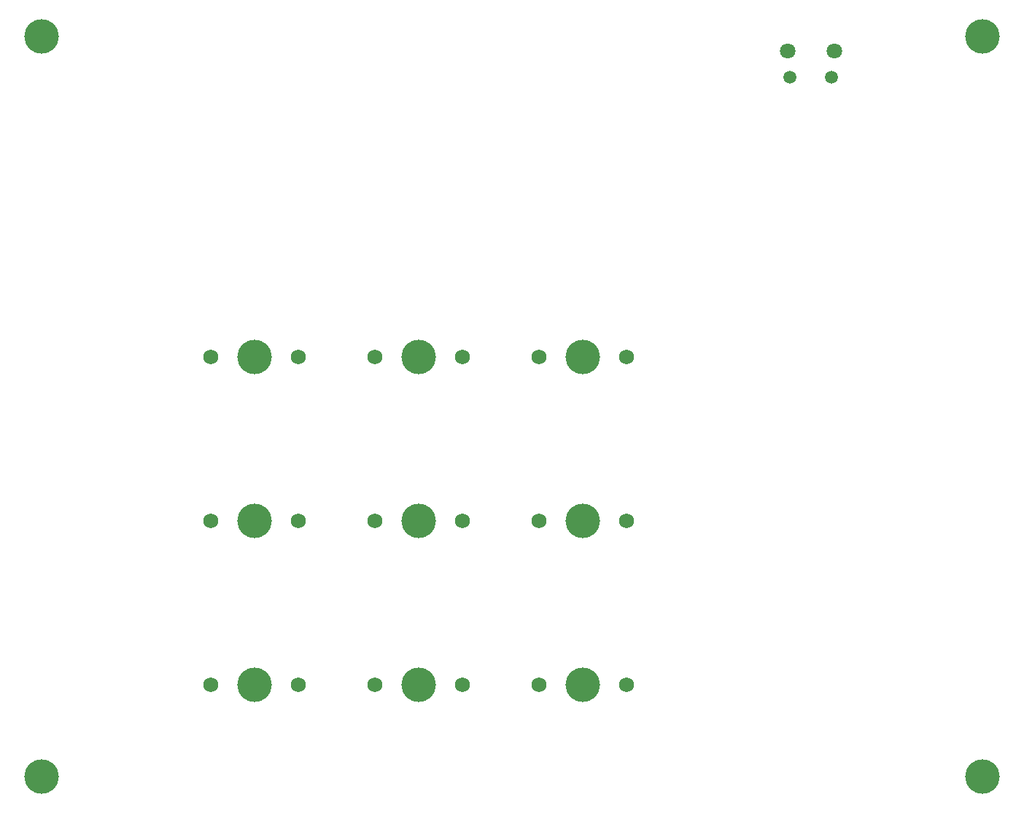
<source format=gbr>
%TF.GenerationSoftware,KiCad,Pcbnew,7.0.9*%
%TF.CreationDate,2023-12-30T23:00:49+00:00*%
%TF.ProjectId,MacroPad V2,4d616372-6f50-4616-9420-56322e6b6963,rev?*%
%TF.SameCoordinates,Original*%
%TF.FileFunction,NonPlated,1,2,NPTH,Drill*%
%TF.FilePolarity,Positive*%
%FSLAX46Y46*%
G04 Gerber Fmt 4.6, Leading zero omitted, Abs format (unit mm)*
G04 Created by KiCad (PCBNEW 7.0.9) date 2023-12-30 23:00:49*
%MOMM*%
%LPD*%
G01*
G04 APERTURE LIST*
%TA.AperFunction,ComponentDrill*%
%ADD10C,1.500000*%
%TD*%
%TA.AperFunction,ComponentDrill*%
%ADD11C,1.750000*%
%TD*%
%TA.AperFunction,ComponentDrill*%
%ADD12C,1.800000*%
%TD*%
%TA.AperFunction,ComponentDrill*%
%ADD13C,4.000000*%
%TD*%
G04 APERTURE END LIST*
D10*
%TO.C,U1*%
X172647000Y-65552000D03*
X177497000Y-65552000D03*
D11*
%TO.C,S1*%
X105392000Y-98122000D03*
%TO.C,S4*%
X105392000Y-117172000D03*
%TO.C,S7*%
X105392000Y-136222000D03*
%TO.C,S1*%
X115552000Y-98122000D03*
%TO.C,S4*%
X115552000Y-117172000D03*
%TO.C,S7*%
X115552000Y-136222000D03*
%TO.C,S2*%
X124442000Y-98122000D03*
%TO.C,S5*%
X124442000Y-117172000D03*
%TO.C,S8*%
X124442000Y-136222000D03*
%TO.C,S2*%
X134602000Y-98122000D03*
%TO.C,S5*%
X134602000Y-117172000D03*
%TO.C,S8*%
X134602000Y-136222000D03*
%TO.C,S3*%
X143492000Y-98122000D03*
%TO.C,S6*%
X143492000Y-117172000D03*
%TO.C,S9*%
X143492000Y-136222000D03*
%TO.C,S3*%
X153652000Y-98122000D03*
%TO.C,S6*%
X153652000Y-117172000D03*
%TO.C,S9*%
X153652000Y-136222000D03*
D12*
%TO.C,U1*%
X172347000Y-62522000D03*
X177797000Y-62522000D03*
D13*
%TO.C,*%
X85772000Y-60880000D03*
X85772000Y-60880000D03*
X85772000Y-146852000D03*
%TO.C,S1*%
X110472000Y-98122000D03*
%TO.C,S4*%
X110472000Y-117172000D03*
%TO.C,S7*%
X110472000Y-136222000D03*
%TO.C,S2*%
X129522000Y-98122000D03*
%TO.C,S5*%
X129522000Y-117172000D03*
%TO.C,S8*%
X129522000Y-136222000D03*
%TO.C,S3*%
X148572000Y-98122000D03*
%TO.C,S6*%
X148572000Y-117172000D03*
%TO.C,S9*%
X148572000Y-136222000D03*
%TO.C,*%
X194962000Y-60880000D03*
X194962000Y-60880000D03*
X194962000Y-146852000D03*
M02*

</source>
